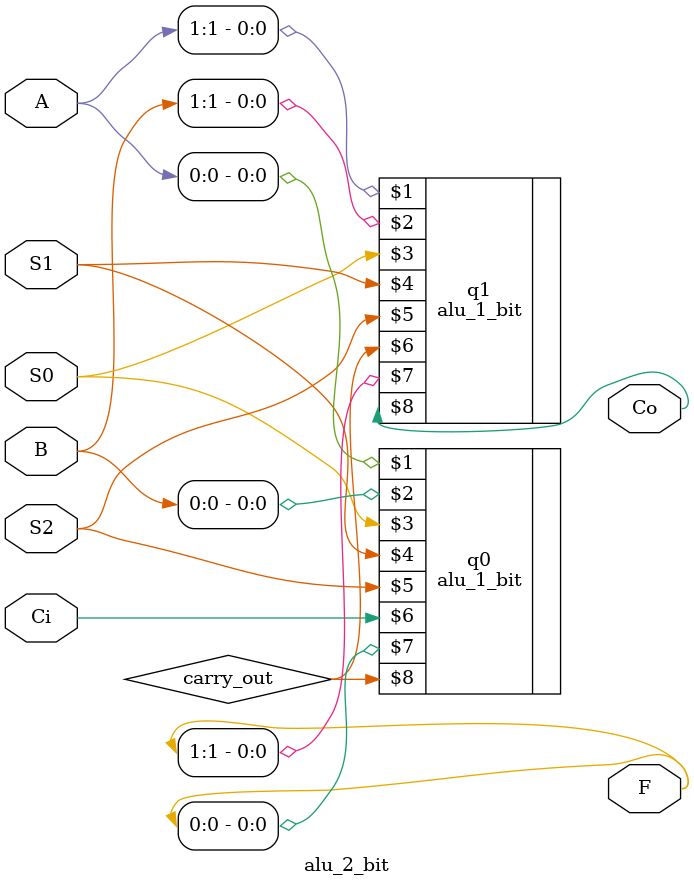
<source format=v>
module alu_2_bit (input [1:0]A,B,input S0,S1,S2,Ci,output [1:0]F,output Co);
wire carry_out;
alu_1_bit q0(A[0],B[0],S0,S1,S2,Ci, F[0],carry_out);
alu_1_bit q1(A[1],B[1],S0,S1,S2,carry_out,F[1],Co);

endmodule
</source>
